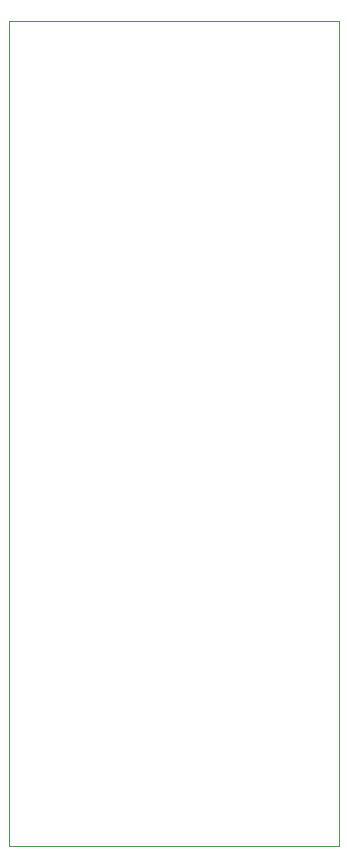
<source format=gm1>
G04 #@! TF.GenerationSoftware,KiCad,Pcbnew,(5.1.9)-1*
G04 #@! TF.CreationDate,2023-04-23T22:26:49+02:00*
G04 #@! TF.ProjectId,cp2102rs485,63703231-3032-4727-9334-38352e6b6963,rev?*
G04 #@! TF.SameCoordinates,Original*
G04 #@! TF.FileFunction,Profile,NP*
%FSLAX46Y46*%
G04 Gerber Fmt 4.6, Leading zero omitted, Abs format (unit mm)*
G04 Created by KiCad (PCBNEW (5.1.9)-1) date 2023-04-23 22:26:49*
%MOMM*%
%LPD*%
G01*
G04 APERTURE LIST*
G04 #@! TA.AperFunction,Profile*
%ADD10C,0.050000*%
G04 #@! TD*
G04 APERTURE END LIST*
D10*
X81280000Y-97790000D02*
X81280000Y-96520000D01*
X81280000Y-96520000D02*
X81280000Y-27940000D01*
X109220000Y-97790000D02*
X81280000Y-97790000D01*
X109220000Y-27940000D02*
X109220000Y-97790000D01*
X81280000Y-27940000D02*
X109220000Y-27940000D01*
M02*

</source>
